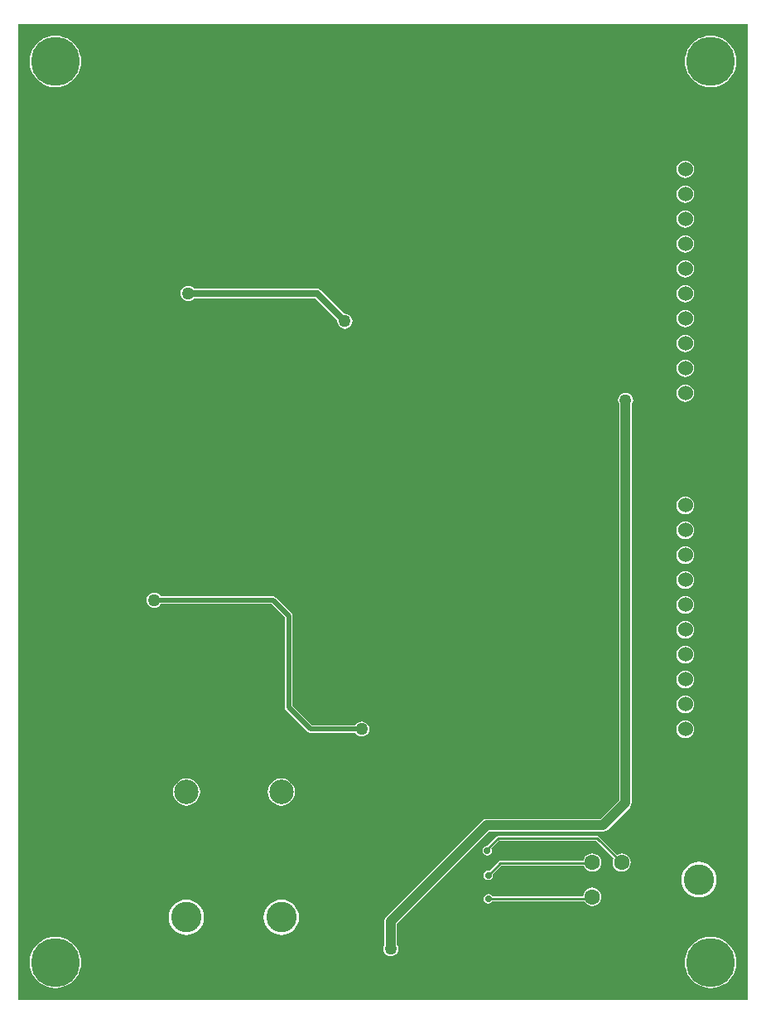
<source format=gbl>
G04*
G04 #@! TF.GenerationSoftware,Altium Limited,Altium Designer,18.1.11 (251)*
G04*
G04 Layer_Physical_Order=2*
G04 Layer_Color=16711680*
%FSLAX25Y25*%
%MOIN*%
G70*
G01*
G75*
%ADD12C,0.01000*%
%ADD25C,0.07874*%
%ADD75C,0.01968*%
%ADD76C,0.02756*%
%ADD77C,0.19685*%
%ADD78C,0.06000*%
%ADD79C,0.09843*%
%ADD80C,0.12205*%
%ADD81C,0.06299*%
%ADD82C,0.05000*%
%ADD83C,0.02756*%
%ADD84C,0.03937*%
G36*
X392898Y803D02*
X99228D01*
Y392898D01*
X392898Y392898D01*
Y803D01*
D02*
G37*
%LPC*%
G36*
X377953Y388327D02*
X376330Y388199D01*
X374747Y387820D01*
X373243Y387196D01*
X371855Y386346D01*
X370617Y385289D01*
X369560Y384051D01*
X368709Y382663D01*
X368086Y381159D01*
X367706Y379576D01*
X367578Y377953D01*
X367706Y376330D01*
X368086Y374747D01*
X368709Y373243D01*
X369560Y371855D01*
X370617Y370617D01*
X371855Y369560D01*
X373243Y368709D01*
X374747Y368086D01*
X376330Y367706D01*
X377953Y367578D01*
X379576Y367706D01*
X381159Y368086D01*
X382663Y368709D01*
X384051Y369560D01*
X385289Y370617D01*
X386346Y371855D01*
X387196Y373243D01*
X387820Y374747D01*
X388199Y376330D01*
X388327Y377953D01*
X388199Y379576D01*
X387820Y381159D01*
X387196Y382663D01*
X386346Y384051D01*
X385289Y385289D01*
X384051Y386346D01*
X382663Y387196D01*
X381159Y387820D01*
X379576Y388199D01*
X377953Y388327D01*
D02*
G37*
G36*
X114173D02*
X112550Y388199D01*
X110967Y387820D01*
X109463Y387196D01*
X108075Y386346D01*
X106837Y385289D01*
X105780Y384051D01*
X104929Y382663D01*
X104306Y381159D01*
X103927Y379576D01*
X103799Y377953D01*
X103927Y376330D01*
X104306Y374747D01*
X104929Y373243D01*
X105780Y371855D01*
X106837Y370617D01*
X108075Y369560D01*
X109463Y368709D01*
X110967Y368086D01*
X112550Y367706D01*
X114173Y367578D01*
X115796Y367706D01*
X117379Y368086D01*
X118883Y368709D01*
X120271Y369560D01*
X121509Y370617D01*
X122566Y371855D01*
X123417Y373243D01*
X124040Y374747D01*
X124420Y376330D01*
X124548Y377953D01*
X124420Y379576D01*
X124040Y381159D01*
X123417Y382663D01*
X122566Y384051D01*
X121509Y385289D01*
X120271Y386346D01*
X118883Y387196D01*
X117379Y387820D01*
X115796Y388199D01*
X114173Y388327D01*
D02*
G37*
G36*
X367764Y338137D02*
X366850Y338016D01*
X365999Y337664D01*
X365267Y337103D01*
X364706Y336371D01*
X364354Y335520D01*
X364234Y334606D01*
X364354Y333693D01*
X364706Y332841D01*
X365267Y332110D01*
X365999Y331549D01*
X366850Y331196D01*
X367764Y331076D01*
X368677Y331196D01*
X369529Y331549D01*
X370260Y332110D01*
X370821Y332841D01*
X371174Y333693D01*
X371294Y334606D01*
X371174Y335520D01*
X370821Y336371D01*
X370260Y337103D01*
X369529Y337664D01*
X368677Y338016D01*
X367764Y338137D01*
D02*
G37*
G36*
Y328136D02*
X366850Y328016D01*
X365999Y327663D01*
X365267Y327102D01*
X364706Y326371D01*
X364354Y325520D01*
X364234Y324606D01*
X364354Y323693D01*
X364706Y322841D01*
X365267Y322110D01*
X365999Y321549D01*
X366850Y321196D01*
X367764Y321076D01*
X368677Y321196D01*
X369529Y321549D01*
X370260Y322110D01*
X370821Y322841D01*
X371174Y323693D01*
X371294Y324606D01*
X371174Y325520D01*
X370821Y326371D01*
X370260Y327102D01*
X369529Y327663D01*
X368677Y328016D01*
X367764Y328136D01*
D02*
G37*
G36*
Y318137D02*
X366850Y318016D01*
X365999Y317664D01*
X365267Y317103D01*
X364706Y316371D01*
X364354Y315520D01*
X364234Y314606D01*
X364354Y313693D01*
X364706Y312841D01*
X365267Y312110D01*
X365999Y311549D01*
X366850Y311196D01*
X367764Y311076D01*
X368677Y311196D01*
X369529Y311549D01*
X370260Y312110D01*
X370821Y312841D01*
X371174Y313693D01*
X371294Y314606D01*
X371174Y315520D01*
X370821Y316371D01*
X370260Y317103D01*
X369529Y317664D01*
X368677Y318016D01*
X367764Y318137D01*
D02*
G37*
G36*
Y308137D02*
X366850Y308016D01*
X365999Y307663D01*
X365267Y307102D01*
X364706Y306371D01*
X364354Y305520D01*
X364234Y304606D01*
X364354Y303693D01*
X364706Y302841D01*
X365267Y302110D01*
X365999Y301549D01*
X366850Y301196D01*
X367764Y301076D01*
X368677Y301196D01*
X369529Y301549D01*
X370260Y302110D01*
X370821Y302841D01*
X371174Y303693D01*
X371294Y304606D01*
X371174Y305520D01*
X370821Y306371D01*
X370260Y307102D01*
X369529Y307663D01*
X368677Y308016D01*
X367764Y308137D01*
D02*
G37*
G36*
Y298136D02*
X366850Y298016D01*
X365999Y297663D01*
X365267Y297102D01*
X364706Y296371D01*
X364354Y295520D01*
X364234Y294606D01*
X364354Y293693D01*
X364706Y292841D01*
X365267Y292110D01*
X365999Y291549D01*
X366850Y291196D01*
X367764Y291076D01*
X368677Y291196D01*
X369529Y291549D01*
X370260Y292110D01*
X370821Y292841D01*
X371174Y293693D01*
X371294Y294606D01*
X371174Y295520D01*
X370821Y296371D01*
X370260Y297102D01*
X369529Y297663D01*
X368677Y298016D01*
X367764Y298136D01*
D02*
G37*
G36*
Y288137D02*
X366850Y288016D01*
X365999Y287664D01*
X365267Y287103D01*
X364706Y286371D01*
X364354Y285520D01*
X364234Y284606D01*
X364354Y283693D01*
X364706Y282841D01*
X365267Y282110D01*
X365999Y281549D01*
X366850Y281196D01*
X367764Y281076D01*
X368677Y281196D01*
X369529Y281549D01*
X370260Y282110D01*
X370821Y282841D01*
X371174Y283693D01*
X371294Y284606D01*
X371174Y285520D01*
X370821Y286371D01*
X370260Y287103D01*
X369529Y287664D01*
X368677Y288016D01*
X367764Y288137D01*
D02*
G37*
G36*
Y278136D02*
X366850Y278016D01*
X365999Y277663D01*
X365267Y277102D01*
X364706Y276371D01*
X364354Y275520D01*
X364234Y274606D01*
X364354Y273693D01*
X364706Y272841D01*
X365267Y272110D01*
X365999Y271549D01*
X366850Y271196D01*
X367764Y271076D01*
X368677Y271196D01*
X369529Y271549D01*
X370260Y272110D01*
X370821Y272841D01*
X371174Y273693D01*
X371294Y274606D01*
X371174Y275520D01*
X370821Y276371D01*
X370260Y277102D01*
X369529Y277663D01*
X368677Y278016D01*
X367764Y278136D01*
D02*
G37*
G36*
X167618Y287770D02*
X166835Y287667D01*
X166105Y287365D01*
X165479Y286884D01*
X164998Y286257D01*
X164695Y285527D01*
X164592Y284744D01*
X164695Y283961D01*
X164998Y283231D01*
X165479Y282605D01*
X166105Y282124D01*
X166835Y281821D01*
X167618Y281718D01*
X168401Y281821D01*
X169131Y282124D01*
X169758Y282605D01*
X169930Y282829D01*
X218695D01*
X227720Y273805D01*
X227683Y273524D01*
X227786Y272741D01*
X228088Y272011D01*
X228569Y271384D01*
X229196Y270903D01*
X229925Y270601D01*
X230709Y270498D01*
X231492Y270601D01*
X232222Y270903D01*
X232848Y271384D01*
X233329Y272011D01*
X233631Y272741D01*
X233734Y273524D01*
X233631Y274307D01*
X233329Y275037D01*
X232848Y275663D01*
X232222Y276144D01*
X231492Y276446D01*
X230709Y276550D01*
X230428Y276513D01*
X220842Y286098D01*
X220221Y286513D01*
X219488Y286659D01*
X219488Y286659D01*
X169930D01*
X169758Y286884D01*
X169131Y287365D01*
X168401Y287667D01*
X167618Y287770D01*
D02*
G37*
G36*
X367764Y268137D02*
X366850Y268016D01*
X365999Y267664D01*
X365267Y267103D01*
X364706Y266371D01*
X364354Y265520D01*
X364234Y264606D01*
X364354Y263693D01*
X364706Y262841D01*
X365267Y262110D01*
X365999Y261549D01*
X366850Y261196D01*
X367764Y261076D01*
X368677Y261196D01*
X369529Y261549D01*
X370260Y262110D01*
X370821Y262841D01*
X371174Y263693D01*
X371294Y264606D01*
X371174Y265520D01*
X370821Y266371D01*
X370260Y267103D01*
X369529Y267664D01*
X368677Y268016D01*
X367764Y268137D01*
D02*
G37*
G36*
Y258137D02*
X366850Y258016D01*
X365999Y257663D01*
X365267Y257102D01*
X364706Y256371D01*
X364354Y255520D01*
X364234Y254606D01*
X364354Y253693D01*
X364706Y252841D01*
X365267Y252110D01*
X365999Y251549D01*
X366850Y251196D01*
X367764Y251076D01*
X368677Y251196D01*
X369529Y251549D01*
X370260Y252110D01*
X370821Y252841D01*
X371174Y253693D01*
X371294Y254606D01*
X371174Y255520D01*
X370821Y256371D01*
X370260Y257102D01*
X369529Y257663D01*
X368677Y258016D01*
X367764Y258137D01*
D02*
G37*
G36*
Y248136D02*
X366850Y248016D01*
X365999Y247663D01*
X365267Y247102D01*
X364706Y246371D01*
X364354Y245520D01*
X364234Y244606D01*
X364354Y243693D01*
X364706Y242841D01*
X365267Y242110D01*
X365999Y241549D01*
X366850Y241196D01*
X367764Y241076D01*
X368677Y241196D01*
X369529Y241549D01*
X370260Y242110D01*
X370821Y242841D01*
X371174Y243693D01*
X371294Y244606D01*
X371174Y245520D01*
X370821Y246371D01*
X370260Y247102D01*
X369529Y247663D01*
X368677Y248016D01*
X367764Y248136D01*
D02*
G37*
G36*
Y203058D02*
X366850Y202938D01*
X365999Y202585D01*
X365267Y202024D01*
X364706Y201293D01*
X364354Y200441D01*
X364234Y199528D01*
X364354Y198614D01*
X364706Y197763D01*
X365267Y197031D01*
X365999Y196470D01*
X366850Y196118D01*
X367764Y195997D01*
X368677Y196118D01*
X369529Y196470D01*
X370260Y197031D01*
X370821Y197763D01*
X371174Y198614D01*
X371294Y199528D01*
X371174Y200441D01*
X370821Y201293D01*
X370260Y202024D01*
X369529Y202585D01*
X368677Y202938D01*
X367764Y203058D01*
D02*
G37*
G36*
Y193058D02*
X366850Y192938D01*
X365999Y192585D01*
X365267Y192024D01*
X364706Y191293D01*
X364354Y190441D01*
X364234Y189528D01*
X364354Y188614D01*
X364706Y187762D01*
X365267Y187031D01*
X365999Y186470D01*
X366850Y186118D01*
X367764Y185997D01*
X368677Y186118D01*
X369529Y186470D01*
X370260Y187031D01*
X370821Y187762D01*
X371174Y188614D01*
X371294Y189528D01*
X371174Y190441D01*
X370821Y191293D01*
X370260Y192024D01*
X369529Y192585D01*
X368677Y192938D01*
X367764Y193058D01*
D02*
G37*
G36*
Y183058D02*
X366850Y182938D01*
X365999Y182585D01*
X365267Y182024D01*
X364706Y181293D01*
X364354Y180441D01*
X364234Y179528D01*
X364354Y178614D01*
X364706Y177762D01*
X365267Y177031D01*
X365999Y176470D01*
X366850Y176118D01*
X367764Y175997D01*
X368677Y176118D01*
X369529Y176470D01*
X370260Y177031D01*
X370821Y177762D01*
X371174Y178614D01*
X371294Y179528D01*
X371174Y180441D01*
X370821Y181293D01*
X370260Y182024D01*
X369529Y182585D01*
X368677Y182938D01*
X367764Y183058D01*
D02*
G37*
G36*
Y173058D02*
X366850Y172938D01*
X365999Y172585D01*
X365267Y172024D01*
X364706Y171293D01*
X364354Y170441D01*
X364234Y169528D01*
X364354Y168614D01*
X364706Y167762D01*
X365267Y167031D01*
X365999Y166470D01*
X366850Y166118D01*
X367764Y165997D01*
X368677Y166118D01*
X369529Y166470D01*
X370260Y167031D01*
X370821Y167762D01*
X371174Y168614D01*
X371294Y169528D01*
X371174Y170441D01*
X370821Y171293D01*
X370260Y172024D01*
X369529Y172585D01*
X368677Y172938D01*
X367764Y173058D01*
D02*
G37*
G36*
Y163058D02*
X366850Y162937D01*
X365999Y162585D01*
X365267Y162024D01*
X364706Y161293D01*
X364354Y160441D01*
X364234Y159528D01*
X364354Y158614D01*
X364706Y157763D01*
X365267Y157031D01*
X365999Y156470D01*
X366850Y156118D01*
X367764Y155997D01*
X368677Y156118D01*
X369529Y156470D01*
X370260Y157031D01*
X370821Y157763D01*
X371174Y158614D01*
X371294Y159528D01*
X371174Y160441D01*
X370821Y161293D01*
X370260Y162024D01*
X369529Y162585D01*
X368677Y162937D01*
X367764Y163058D01*
D02*
G37*
G36*
Y153058D02*
X366850Y152937D01*
X365999Y152585D01*
X365267Y152024D01*
X364706Y151293D01*
X364354Y150441D01*
X364234Y149528D01*
X364354Y148614D01*
X364706Y147763D01*
X365267Y147031D01*
X365999Y146470D01*
X366850Y146118D01*
X367764Y145997D01*
X368677Y146118D01*
X369529Y146470D01*
X370260Y147031D01*
X370821Y147763D01*
X371174Y148614D01*
X371294Y149528D01*
X371174Y150441D01*
X370821Y151293D01*
X370260Y152024D01*
X369529Y152585D01*
X368677Y152937D01*
X367764Y153058D01*
D02*
G37*
G36*
Y143058D02*
X366850Y142938D01*
X365999Y142585D01*
X365267Y142024D01*
X364706Y141293D01*
X364354Y140441D01*
X364234Y139528D01*
X364354Y138614D01*
X364706Y137762D01*
X365267Y137031D01*
X365999Y136470D01*
X366850Y136118D01*
X367764Y135997D01*
X368677Y136118D01*
X369529Y136470D01*
X370260Y137031D01*
X370821Y137762D01*
X371174Y138614D01*
X371294Y139528D01*
X371174Y140441D01*
X370821Y141293D01*
X370260Y142024D01*
X369529Y142585D01*
X368677Y142938D01*
X367764Y143058D01*
D02*
G37*
G36*
Y133058D02*
X366850Y132938D01*
X365999Y132585D01*
X365267Y132024D01*
X364706Y131293D01*
X364354Y130441D01*
X364234Y129528D01*
X364354Y128614D01*
X364706Y127762D01*
X365267Y127031D01*
X365999Y126470D01*
X366850Y126118D01*
X367764Y125997D01*
X368677Y126118D01*
X369529Y126470D01*
X370260Y127031D01*
X370821Y127762D01*
X371174Y128614D01*
X371294Y129528D01*
X371174Y130441D01*
X370821Y131293D01*
X370260Y132024D01*
X369529Y132585D01*
X368677Y132938D01*
X367764Y133058D01*
D02*
G37*
G36*
Y123058D02*
X366850Y122938D01*
X365999Y122585D01*
X365267Y122024D01*
X364706Y121293D01*
X364354Y120441D01*
X364234Y119528D01*
X364354Y118614D01*
X364706Y117762D01*
X365267Y117031D01*
X365999Y116470D01*
X366850Y116118D01*
X367764Y115997D01*
X368677Y116118D01*
X369529Y116470D01*
X370260Y117031D01*
X370821Y117762D01*
X371174Y118614D01*
X371294Y119528D01*
X371174Y120441D01*
X370821Y121293D01*
X370260Y122024D01*
X369529Y122585D01*
X368677Y122938D01*
X367764Y123058D01*
D02*
G37*
G36*
X153937Y164443D02*
X153154Y164340D01*
X152424Y164038D01*
X151797Y163557D01*
X151316Y162930D01*
X151014Y162200D01*
X150911Y161417D01*
X151014Y160634D01*
X151316Y159904D01*
X151797Y159278D01*
X152424Y158797D01*
X153154Y158494D01*
X153937Y158391D01*
X154720Y158494D01*
X155450Y158797D01*
X156077Y159278D01*
X156557Y159904D01*
X201186D01*
X206557Y154533D01*
Y118307D01*
X206557Y118307D01*
X206654Y117824D01*
X206673Y117728D01*
X207001Y117237D01*
X215780Y108458D01*
X215780Y108458D01*
X216108Y108238D01*
X216271Y108129D01*
X216850Y108014D01*
X216850Y108014D01*
X234880D01*
X235360Y107388D01*
X235987Y106907D01*
X236717Y106605D01*
X237500Y106502D01*
X238283Y106605D01*
X239013Y106907D01*
X239640Y107388D01*
X240121Y108015D01*
X240423Y108744D01*
X240526Y109528D01*
X240423Y110311D01*
X240121Y111040D01*
X239640Y111667D01*
X239013Y112148D01*
X238283Y112450D01*
X237500Y112553D01*
X236717Y112450D01*
X235987Y112148D01*
X235360Y111667D01*
X234880Y111041D01*
X217477D01*
X209584Y118934D01*
Y155160D01*
X209469Y155739D01*
X209141Y156230D01*
X209141Y156230D01*
X202883Y162487D01*
X202392Y162815D01*
X202296Y162835D01*
X201813Y162931D01*
X201813Y162931D01*
X156557D01*
X156077Y163557D01*
X155450Y164038D01*
X154720Y164340D01*
X153937Y164443D01*
D02*
G37*
G36*
X367764Y113058D02*
X366850Y112937D01*
X365999Y112585D01*
X365267Y112024D01*
X364706Y111293D01*
X364354Y110441D01*
X364234Y109528D01*
X364354Y108614D01*
X364706Y107763D01*
X365267Y107031D01*
X365999Y106470D01*
X366850Y106118D01*
X367764Y105997D01*
X368677Y106118D01*
X369529Y106470D01*
X370260Y107031D01*
X370821Y107763D01*
X371174Y108614D01*
X371294Y109528D01*
X371174Y110441D01*
X370821Y111293D01*
X370260Y112024D01*
X369529Y112585D01*
X368677Y112937D01*
X367764Y113058D01*
D02*
G37*
G36*
X205118Y89728D02*
X203703Y89542D01*
X202384Y88995D01*
X201252Y88126D01*
X200383Y86994D01*
X199836Y85675D01*
X199650Y84260D01*
X199836Y82845D01*
X200383Y81526D01*
X201252Y80393D01*
X202384Y79524D01*
X203703Y78978D01*
X205118Y78792D01*
X206533Y78978D01*
X207852Y79524D01*
X208985Y80393D01*
X209854Y81526D01*
X210400Y82845D01*
X210586Y84260D01*
X210400Y85675D01*
X209854Y86994D01*
X208985Y88126D01*
X207852Y88995D01*
X206533Y89542D01*
X205118Y89728D01*
D02*
G37*
G36*
X166929D02*
X165514Y89542D01*
X164195Y88995D01*
X163063Y88126D01*
X162194Y86994D01*
X161647Y85675D01*
X161461Y84260D01*
X161647Y82845D01*
X162194Y81526D01*
X163063Y80393D01*
X164195Y79524D01*
X165514Y78978D01*
X166929Y78792D01*
X168344Y78978D01*
X169663Y79524D01*
X170796Y80393D01*
X171665Y81526D01*
X172211Y82845D01*
X172397Y84260D01*
X172211Y85675D01*
X171665Y86994D01*
X170796Y88126D01*
X169663Y88995D01*
X168344Y89542D01*
X166929Y89728D01*
D02*
G37*
G36*
X332290Y66768D02*
X292520D01*
X292129Y66690D01*
X291799Y66469D01*
X287833Y62503D01*
X287308Y62399D01*
X286686Y61984D01*
X286271Y61363D01*
X286126Y60630D01*
X286271Y59897D01*
X286686Y59276D01*
X287308Y58861D01*
X288040Y58715D01*
X288773Y58861D01*
X289394Y59276D01*
X289809Y59897D01*
X289955Y60630D01*
X289809Y61363D01*
X289716Y61502D01*
X292942Y64728D01*
X331868D01*
X338885Y57711D01*
X338545Y56890D01*
X338420Y55937D01*
X338545Y54984D01*
X338913Y54097D01*
X339498Y53334D01*
X340261Y52749D01*
X341148Y52381D01*
X342101Y52256D01*
X343054Y52381D01*
X343942Y52749D01*
X344704Y53334D01*
X345289Y54097D01*
X345657Y54984D01*
X345782Y55937D01*
X345657Y56890D01*
X345289Y57778D01*
X344704Y58540D01*
X343942Y59125D01*
X343054Y59493D01*
X342101Y59618D01*
X341148Y59493D01*
X340327Y59153D01*
X333011Y66469D01*
X332680Y66690D01*
X332290Y66768D01*
D02*
G37*
G36*
X330290Y59618D02*
X329337Y59493D01*
X328450Y59125D01*
X327687Y58540D01*
X327102Y57778D01*
X326734Y56890D01*
X326713Y56728D01*
X293339D01*
X292949Y56651D01*
X292619Y56430D01*
X288813Y52624D01*
X288418Y52702D01*
X287685Y52556D01*
X287064Y52141D01*
X286649Y51520D01*
X286504Y50787D01*
X286649Y50055D01*
X287064Y49433D01*
X287685Y49018D01*
X288418Y48873D01*
X289151Y49018D01*
X289772Y49433D01*
X290187Y50055D01*
X290333Y50787D01*
X290254Y51182D01*
X293762Y54689D01*
X326857D01*
X327102Y54097D01*
X327687Y53334D01*
X328450Y52749D01*
X329337Y52381D01*
X330290Y52256D01*
X331243Y52381D01*
X332131Y52749D01*
X332893Y53334D01*
X333478Y54097D01*
X333846Y54984D01*
X333971Y55937D01*
X333846Y56890D01*
X333478Y57778D01*
X332893Y58540D01*
X332131Y59125D01*
X331243Y59493D01*
X330290Y59618D01*
D02*
G37*
G36*
Y45839D02*
X329337Y45713D01*
X328450Y45345D01*
X327687Y44760D01*
X327102Y43998D01*
X326734Y43110D01*
X326635Y42358D01*
X289996D01*
X289772Y42693D01*
X289151Y43108D01*
X288418Y43253D01*
X287685Y43108D01*
X287064Y42693D01*
X286649Y42071D01*
X286504Y41339D01*
X286649Y40606D01*
X287064Y39985D01*
X287685Y39570D01*
X288418Y39424D01*
X289151Y39570D01*
X289772Y39985D01*
X289996Y40319D01*
X327101D01*
X327102Y40317D01*
X327687Y39555D01*
X328450Y38970D01*
X329337Y38602D01*
X330290Y38476D01*
X331243Y38602D01*
X332131Y38970D01*
X332893Y39555D01*
X333478Y40317D01*
X333846Y41205D01*
X333971Y42158D01*
X333846Y43110D01*
X333478Y43998D01*
X332893Y44760D01*
X332131Y45345D01*
X331243Y45713D01*
X330290Y45839D01*
D02*
G37*
G36*
X373243Y56168D02*
X371854Y56031D01*
X370518Y55626D01*
X369287Y54968D01*
X368208Y54083D01*
X367322Y53003D01*
X366664Y51772D01*
X366259Y50437D01*
X366122Y49047D01*
X366259Y47658D01*
X366664Y46322D01*
X367322Y45091D01*
X368208Y44012D01*
X369287Y43126D01*
X370518Y42468D01*
X371854Y42063D01*
X373243Y41926D01*
X374632Y42063D01*
X375968Y42468D01*
X377199Y43126D01*
X378278Y44012D01*
X379164Y45091D01*
X379822Y46322D01*
X380227Y47658D01*
X380364Y49047D01*
X380227Y50437D01*
X379822Y51772D01*
X379164Y53003D01*
X378278Y54083D01*
X377199Y54968D01*
X375968Y55626D01*
X374632Y56031D01*
X373243Y56168D01*
D02*
G37*
G36*
X205118Y40987D02*
X203729Y40850D01*
X202393Y40445D01*
X201162Y39787D01*
X200083Y38901D01*
X199197Y37822D01*
X198539Y36591D01*
X198134Y35255D01*
X197997Y33866D01*
X198134Y32477D01*
X198539Y31141D01*
X199197Y29910D01*
X200083Y28831D01*
X201162Y27945D01*
X202393Y27287D01*
X203729Y26882D01*
X205118Y26745D01*
X206507Y26882D01*
X207843Y27287D01*
X209074Y27945D01*
X210153Y28831D01*
X211039Y29910D01*
X211697Y31141D01*
X212102Y32477D01*
X212239Y33866D01*
X212102Y35255D01*
X211697Y36591D01*
X211039Y37822D01*
X210153Y38901D01*
X209074Y39787D01*
X207843Y40445D01*
X206507Y40850D01*
X205118Y40987D01*
D02*
G37*
G36*
X166929D02*
X165540Y40850D01*
X164204Y40445D01*
X162973Y39787D01*
X161894Y38901D01*
X161008Y37822D01*
X160350Y36591D01*
X159945Y35255D01*
X159808Y33866D01*
X159945Y32477D01*
X160350Y31141D01*
X161008Y29910D01*
X161894Y28831D01*
X162973Y27945D01*
X164204Y27287D01*
X165540Y26882D01*
X166929Y26745D01*
X168318Y26882D01*
X169654Y27287D01*
X170885Y27945D01*
X171964Y28831D01*
X172850Y29910D01*
X173508Y31141D01*
X173913Y32477D01*
X174050Y33866D01*
X173913Y35255D01*
X173508Y36591D01*
X172850Y37822D01*
X171964Y38901D01*
X170885Y39787D01*
X169654Y40445D01*
X168318Y40850D01*
X166929Y40987D01*
D02*
G37*
G36*
X343701Y244758D02*
X342918Y244655D01*
X342188Y244353D01*
X341561Y243872D01*
X341080Y243245D01*
X340778Y242515D01*
X340675Y241732D01*
X340778Y240949D01*
X341080Y240219D01*
X341184Y240084D01*
Y224410D01*
X341184Y80964D01*
X333603Y73383D01*
X287795D01*
X286832Y73191D01*
X286016Y72646D01*
X247372Y34003D01*
X246827Y33186D01*
X246635Y32223D01*
Y22908D01*
X246532Y22773D01*
X246229Y22043D01*
X246126Y21260D01*
X246229Y20477D01*
X246532Y19747D01*
X247012Y19120D01*
X247639Y18639D01*
X248369Y18337D01*
X249152Y18234D01*
X249935Y18337D01*
X250665Y18639D01*
X251292Y19120D01*
X251772Y19747D01*
X252075Y20477D01*
X252178Y21260D01*
X252075Y22043D01*
X251772Y22773D01*
X251669Y22908D01*
Y31180D01*
X288838Y68349D01*
X334646D01*
X335609Y68541D01*
X336425Y69086D01*
X345480Y78142D01*
X346026Y78958D01*
X346218Y79921D01*
X346218Y224410D01*
Y240084D01*
X346321Y240219D01*
X346624Y240949D01*
X346727Y241732D01*
X346624Y242515D01*
X346321Y243245D01*
X345840Y243872D01*
X345214Y244353D01*
X344484Y244655D01*
X343701Y244758D01*
D02*
G37*
G36*
X377953Y26122D02*
X376330Y25995D01*
X374747Y25615D01*
X373243Y24992D01*
X371855Y24141D01*
X370617Y23084D01*
X369560Y21846D01*
X368709Y20458D01*
X368086Y18954D01*
X367706Y17371D01*
X367578Y15748D01*
X367706Y14125D01*
X368086Y12542D01*
X368709Y11038D01*
X369560Y9650D01*
X370617Y8412D01*
X371855Y7355D01*
X373243Y6504D01*
X374747Y5881D01*
X376330Y5501D01*
X377953Y5373D01*
X379576Y5501D01*
X381159Y5881D01*
X382663Y6504D01*
X384051Y7355D01*
X385289Y8412D01*
X386346Y9650D01*
X387196Y11038D01*
X387820Y12542D01*
X388199Y14125D01*
X388327Y15748D01*
X388199Y17371D01*
X387820Y18954D01*
X387196Y20458D01*
X386346Y21846D01*
X385289Y23084D01*
X384051Y24141D01*
X382663Y24992D01*
X381159Y25615D01*
X379576Y25995D01*
X377953Y26122D01*
D02*
G37*
G36*
X114173D02*
X112550Y25995D01*
X110967Y25615D01*
X109463Y24992D01*
X108075Y24141D01*
X106837Y23084D01*
X105780Y21846D01*
X104929Y20458D01*
X104306Y18954D01*
X103927Y17371D01*
X103799Y15748D01*
X103927Y14125D01*
X104306Y12542D01*
X104929Y11038D01*
X105780Y9650D01*
X106837Y8412D01*
X108075Y7355D01*
X109463Y6504D01*
X110967Y5881D01*
X112550Y5501D01*
X114173Y5373D01*
X115796Y5501D01*
X117379Y5881D01*
X118883Y6504D01*
X120271Y7355D01*
X121509Y8412D01*
X122566Y9650D01*
X123417Y11038D01*
X124040Y12542D01*
X124420Y14125D01*
X124548Y15748D01*
X124420Y17371D01*
X124040Y18954D01*
X123417Y20458D01*
X122566Y21846D01*
X121509Y23084D01*
X120271Y24141D01*
X118883Y24992D01*
X117379Y25615D01*
X115796Y25995D01*
X114173Y26122D01*
D02*
G37*
%LPD*%
D12*
X329471Y41339D02*
X330290Y42158D01*
X332290Y65748D02*
X342101Y55937D01*
X292520Y65748D02*
X332290D01*
X330062Y55709D02*
X330290Y55937D01*
X293339Y55709D02*
X330062D01*
X288418Y50787D02*
X293339Y55709D01*
X288418Y41339D02*
X329471D01*
X288040Y61269D02*
X292520Y65748D01*
X288040Y60630D02*
Y61269D01*
D25*
X326772Y85039D02*
D03*
D75*
X208071Y118307D02*
Y155160D01*
X201813Y161417D02*
X208071Y155160D01*
X153937Y161417D02*
X201813D01*
X216850Y109528D02*
X237500D01*
X208071Y118307D02*
X216850Y109528D01*
D76*
X219488Y284744D02*
X230709Y273524D01*
X167618Y284744D02*
X219488D01*
D77*
X377953Y15748D02*
D03*
X114173D02*
D03*
Y377953D02*
D03*
X377953D02*
D03*
D78*
X367764Y244606D02*
D03*
Y284606D02*
D03*
Y254606D02*
D03*
Y264606D02*
D03*
Y274606D02*
D03*
Y294606D02*
D03*
Y304606D02*
D03*
Y314606D02*
D03*
Y324606D02*
D03*
Y334606D02*
D03*
X377764D02*
D03*
Y324606D02*
D03*
Y314606D02*
D03*
Y304606D02*
D03*
Y284606D02*
D03*
Y294606D02*
D03*
Y274606D02*
D03*
Y254606D02*
D03*
Y264606D02*
D03*
Y244606D02*
D03*
X367764Y109528D02*
D03*
Y149528D02*
D03*
Y119528D02*
D03*
Y129528D02*
D03*
Y139528D02*
D03*
Y159528D02*
D03*
Y169528D02*
D03*
Y179528D02*
D03*
Y189528D02*
D03*
Y199528D02*
D03*
X377764D02*
D03*
Y189528D02*
D03*
Y179528D02*
D03*
Y169528D02*
D03*
Y149528D02*
D03*
Y159528D02*
D03*
Y139528D02*
D03*
Y119528D02*
D03*
Y129528D02*
D03*
Y109528D02*
D03*
D79*
X205118Y84260D02*
D03*
Y62606D02*
D03*
X166929Y84260D02*
D03*
Y62606D02*
D03*
D80*
X205118Y33866D02*
D03*
X166929D02*
D03*
X373243Y49047D02*
D03*
D81*
X330290Y42158D02*
D03*
Y55937D02*
D03*
X342101D02*
D03*
Y42158D02*
D03*
D82*
X249152Y21260D02*
D03*
X176772Y166929D02*
D03*
X153937Y161417D02*
D03*
X203154Y173622D02*
D03*
X352067Y71752D02*
D03*
X237500Y109528D02*
D03*
X146653Y247539D02*
D03*
Y254528D02*
D03*
X140847Y242815D02*
D03*
Y259547D02*
D03*
X154429Y284744D02*
D03*
X160925D02*
D03*
X169390Y317421D02*
D03*
X186909Y338287D02*
D03*
X187008Y317717D02*
D03*
X208071Y333563D02*
D03*
X230709D02*
D03*
X226673Y338779D02*
D03*
X211713D02*
D03*
X202264Y317717D02*
D03*
X353839Y381102D02*
D03*
X230709Y273524D02*
D03*
X167618Y284744D02*
D03*
X179921Y196457D02*
D03*
X153937Y184646D02*
D03*
X182283Y166929D02*
D03*
X283005Y20472D02*
D03*
X245276Y42126D02*
D03*
X343701Y241732D02*
D03*
X278346Y36220D02*
D03*
D83*
X288418Y41339D02*
D03*
Y50787D02*
D03*
X288040Y60630D02*
D03*
D84*
X249152Y32223D02*
X287795Y70866D01*
X249152Y21260D02*
Y32223D01*
X343701Y224410D02*
X343701Y79921D01*
X334646Y70866D02*
X343701Y79921D01*
X343701Y224410D02*
Y241732D01*
X287795Y70866D02*
X334646D01*
M02*

</source>
